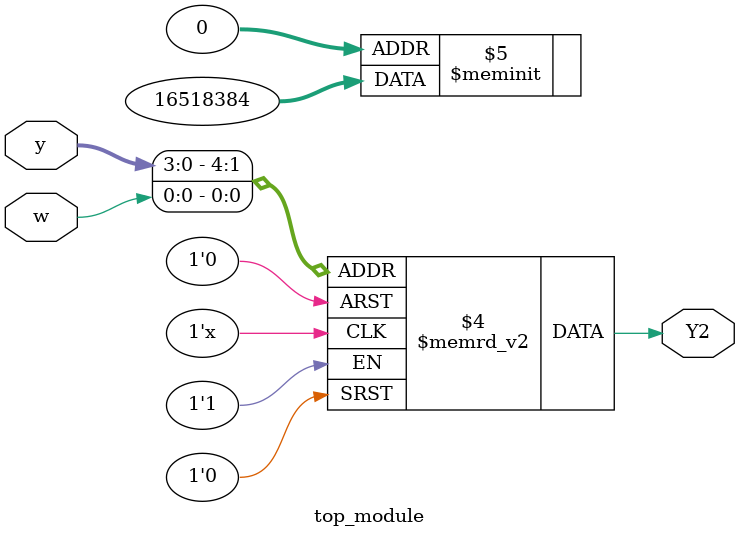
<source format=sv>
module top_module(
    input [3:0] y,
    input w,
    output reg Y2);

    always @* begin
        case ({y, w})
            5'h00: Y2 = 0; // y=4'h0, w=0
            5'h01: Y2 = 0; // y=4'h0, w=1
            5'h02: Y2 = 0; // y=4'h1, w=0
            5'h03: Y2 = 0; // y=4'h1, w=1
            5'h04: Y2 = 1; // y=4'h2, w=0
            5'h05: Y2 = 1; // y=4'h2, w=1
            5'h06: Y2 = 1; // y=4'h3, w=0
            5'h07: Y2 = 1; // y=4'h3, w=1
            5'h08: Y2 = 0; // y=4'h4, w=0
            5'h09: Y2 = 0; // y=4'h4, w=1
            5'h0A: Y2 = 1; // y=4'h5, w=0
            5'h0B: Y2 = 1; // y=4'h5, w=1
            5'h0C: Y2 = 0; // y=4'h6, w=0
            5'h0D: Y2 = 0; // y=4'h6, w=1
            5'h0E: Y2 = 0; // y=4'h7, w=0
            5'h0F: Y2 = 0; // y=4'h7, w=1
            5'h10: Y2 = 0; // y=4'h8, w=0
            5'h11: Y2 = 0; // y=4'h8, w=1
            5'h12: Y2 = 1; // y=4'h9, w=0
            5'h13: Y2 = 1; // y=4'h9, w=1
            5'h14: Y2 = 1; // y=4'ha, w=0
            5'h15: Y2 = 1; // y=4'ha, w=1
            5'h16: Y2 = 1; // y=4'hb, w=0
            5'h17: Y2 = 1; // y=4'hb, w=1
            default: Y2 = 0;
        endcase
    end

endmodule

</source>
